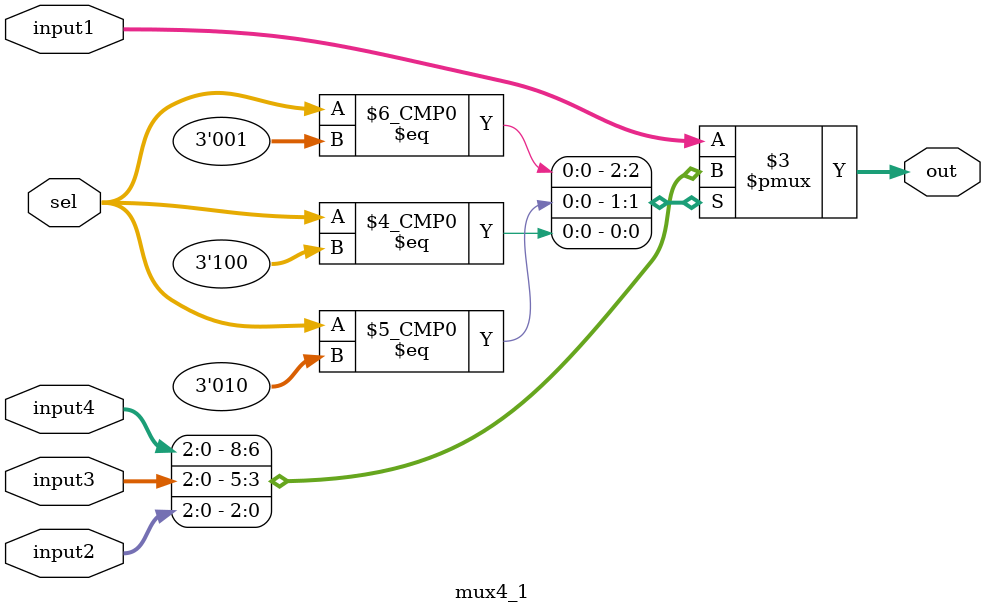
<source format=sv>
module mux4_1(input logic[2:0] input1, input2, input3, input4,
			  input logic[2:0] sel,
			  output logic[2:0] out);
			  
	always_comb
	case(sel)
		3'b001  : out = input4;
		3'b010  : out = input3;
		3'b100  : out = input2;
		default : out = input1;
	endcase
endmodule 
</source>
